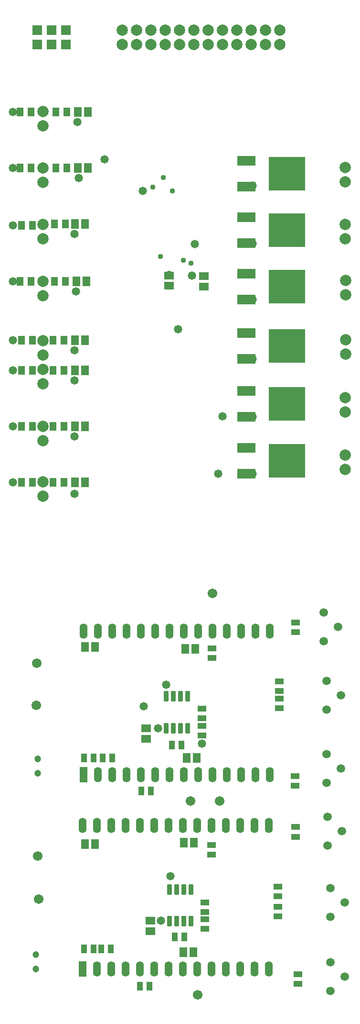
<source format=gbr>
G04 Layer_Color=16711935*
%FSLAX26Y26*%
%MOIN*%
%TF.FileFunction,Soldermask,Bot*%
%TF.Part,Single*%
G01*
G75*
%TA.AperFunction,SMDPad,CuDef*%
%ADD51R,0.041465X0.059181*%
%ADD52R,0.059181X0.041465*%
%ADD55R,0.065087X0.053276*%
%ADD56R,0.053276X0.065087*%
%TA.AperFunction,ComponentPad*%
%ADD58C,0.067055*%
%ADD59C,0.078866*%
%ADD60R,0.068000X0.068000*%
%ADD61C,0.059181*%
%ADD62C,0.047370*%
%ADD63O,0.055244X0.106425*%
%ADD64R,0.055244X0.106425*%
%TA.AperFunction,ViaPad*%
%ADD65C,0.058000*%
%ADD66C,0.037528*%
%TA.AperFunction,SMDPad,CuDef*%
%ADD72R,0.126110X0.070992*%
%ADD73R,0.252095X0.236346*%
G04:AMPARAMS|DCode=74|XSize=33.591mil|YSize=72.961mil|CornerRadius=5.919mil|HoleSize=0mil|Usage=FLASHONLY|Rotation=180.000|XOffset=0mil|YOffset=0mil|HoleType=Round|Shape=RoundedRectangle|*
%AMROUNDEDRECTD74*
21,1,0.033591,0.061122,0,0,180.0*
21,1,0.021752,0.072961,0,0,180.0*
1,1,0.011839,-0.010876,0.030561*
1,1,0.011839,0.010876,0.030561*
1,1,0.011839,0.010876,-0.030561*
1,1,0.011839,-0.010876,-0.030561*
%
%ADD74ROUNDEDRECTD74*%
%ADD75R,0.049339X0.063118*%
D51*
X733466Y400000D02*
D03*
X666536D02*
D03*
X546536D02*
D03*
X613464D02*
D03*
X743466Y1730000D02*
D03*
X676536D02*
D03*
X1180040Y483402D02*
D03*
X1246968D02*
D03*
X1162040Y1820402D02*
D03*
X1228968D02*
D03*
X1003464Y140000D02*
D03*
X936536D02*
D03*
X1013464Y1500000D02*
D03*
X946536D02*
D03*
X613464Y1730000D02*
D03*
X546536D02*
D03*
D52*
X2025000Y1181535D02*
D03*
Y1248465D02*
D03*
Y2606535D02*
D03*
Y2673465D02*
D03*
X1900002Y626536D02*
D03*
Y693466D02*
D03*
X1910000Y2263466D02*
D03*
Y2196536D02*
D03*
X1369504Y1886936D02*
D03*
Y1953866D02*
D03*
X1370000Y2006536D02*
D03*
Y2073466D02*
D03*
X1390000Y656536D02*
D03*
Y723466D02*
D03*
X1389504Y539936D02*
D03*
Y606866D02*
D03*
X1438504Y1056938D02*
D03*
Y1123868D02*
D03*
X2040000Y223464D02*
D03*
Y156536D02*
D03*
X2020000Y1603466D02*
D03*
Y1536536D02*
D03*
X1910000Y2143464D02*
D03*
Y2076536D02*
D03*
X1900000Y766536D02*
D03*
Y833466D02*
D03*
X1440000Y2426536D02*
D03*
Y2493464D02*
D03*
D55*
X1385000Y5014568D02*
D03*
Y5085434D02*
D03*
X980000Y1864568D02*
D03*
Y1935434D02*
D03*
X1010000Y524568D02*
D03*
Y595434D02*
D03*
X1139820Y5019814D02*
D03*
Y5090680D02*
D03*
D56*
X1334938Y1728402D02*
D03*
X1264070D02*
D03*
X554584Y2503250D02*
D03*
X625450D02*
D03*
X554568Y1130000D02*
D03*
X625434D02*
D03*
X1310434Y375000D02*
D03*
X1239568D02*
D03*
X1315434Y1140000D02*
D03*
X1244568D02*
D03*
X1325434Y2490000D02*
D03*
X1254568D02*
D03*
X575434Y6230000D02*
D03*
X504568D02*
D03*
X575434Y5840000D02*
D03*
X504568D02*
D03*
X555434Y5450000D02*
D03*
X484568D02*
D03*
X565434Y5050000D02*
D03*
X494568D02*
D03*
X555434Y4430000D02*
D03*
X484568D02*
D03*
X555434Y4640000D02*
D03*
X484568D02*
D03*
X555434Y4040000D02*
D03*
X484568D02*
D03*
X555434Y3650000D02*
D03*
X484568D02*
D03*
D58*
X218000Y2391000D02*
D03*
X215000Y2096000D02*
D03*
X1340000Y80000D02*
D03*
X1445000Y2875000D02*
D03*
X1290000Y1430000D02*
D03*
X230000Y745000D02*
D03*
X225000Y1045000D02*
D03*
X1495000Y1430000D02*
D03*
D59*
X1914504Y6701402D02*
D03*
Y6801402D02*
D03*
X814504Y6701402D02*
D03*
X914504D02*
D03*
X1014504D02*
D03*
X1114504D02*
D03*
X1214504D02*
D03*
X1314504D02*
D03*
X1414504D02*
D03*
X1514504D02*
D03*
X1614504D02*
D03*
X1714504D02*
D03*
X814504Y6801402D02*
D03*
X914504D02*
D03*
X1014504D02*
D03*
X1114504D02*
D03*
X1214504D02*
D03*
X1314504D02*
D03*
X1414504D02*
D03*
X1514504D02*
D03*
X1614504D02*
D03*
X1714504D02*
D03*
X1814504D02*
D03*
Y6701402D02*
D03*
X2370018Y3740444D02*
D03*
Y3840444D02*
D03*
X259782Y4337568D02*
D03*
Y4437568D02*
D03*
Y4537568D02*
D03*
Y4637568D02*
D03*
X2375924Y4543868D02*
D03*
Y4643868D02*
D03*
Y4957254D02*
D03*
Y5057254D02*
D03*
X2370018Y4138358D02*
D03*
Y4238358D02*
D03*
Y5743250D02*
D03*
Y5843250D02*
D03*
X259782Y3551742D02*
D03*
Y3651742D02*
D03*
X2370018Y5345706D02*
D03*
Y5445706D02*
D03*
X259782Y3941506D02*
D03*
Y4041506D02*
D03*
Y5740062D02*
D03*
Y5840062D02*
D03*
Y5345706D02*
D03*
Y5445706D02*
D03*
Y4951348D02*
D03*
Y5051348D02*
D03*
Y6134418D02*
D03*
Y6234418D02*
D03*
D60*
X220412Y6700168D02*
D03*
X320412D02*
D03*
X420412D02*
D03*
Y6800168D02*
D03*
X320412D02*
D03*
X220412D02*
D03*
D61*
X2221504Y2743402D02*
D03*
Y2543402D02*
D03*
X2321504Y2643402D02*
D03*
X2248504Y1321250D02*
D03*
Y1121250D02*
D03*
X2348504Y1221250D02*
D03*
X2240504Y2267402D02*
D03*
Y2067402D02*
D03*
X2340504Y2167402D02*
D03*
X2267504Y823390D02*
D03*
Y623390D02*
D03*
X2367504Y723390D02*
D03*
X2240504Y1757402D02*
D03*
Y1557402D02*
D03*
X2340504Y1657402D02*
D03*
X2267504Y307402D02*
D03*
Y107402D02*
D03*
X2367504Y207402D02*
D03*
D62*
X209504Y359402D02*
D03*
Y259402D02*
D03*
X225504Y1724402D02*
D03*
Y1624402D02*
D03*
D63*
X1838324Y1260208D02*
D03*
X1738324D02*
D03*
X1638324D02*
D03*
X1538324D02*
D03*
X1438324D02*
D03*
X1338324D02*
D03*
X1238324D02*
D03*
X1138324D02*
D03*
X1038324D02*
D03*
X938324D02*
D03*
X838324D02*
D03*
X738324D02*
D03*
X638324D02*
D03*
X538324D02*
D03*
X1838324Y260208D02*
D03*
X1738324D02*
D03*
X1638324D02*
D03*
X1538324D02*
D03*
X1438324D02*
D03*
X1338324D02*
D03*
X1238324D02*
D03*
X1138324D02*
D03*
X1038324D02*
D03*
X938324D02*
D03*
X838324D02*
D03*
X738324D02*
D03*
X638324D02*
D03*
X643246Y1613554D02*
D03*
X743246D02*
D03*
X843246D02*
D03*
X943246D02*
D03*
X1043246D02*
D03*
X1143246D02*
D03*
X1243246D02*
D03*
X1343246D02*
D03*
X1443246D02*
D03*
X1543246D02*
D03*
X1643246D02*
D03*
X1743246D02*
D03*
X1843246D02*
D03*
X543246Y2613554D02*
D03*
X643246D02*
D03*
X743246D02*
D03*
X843246D02*
D03*
X943246D02*
D03*
X1043246D02*
D03*
X1143246D02*
D03*
X1243246D02*
D03*
X1343246D02*
D03*
X1443246D02*
D03*
X1543246D02*
D03*
X1643246D02*
D03*
X1743246D02*
D03*
X1843246D02*
D03*
D64*
X538324Y260208D02*
D03*
X543246Y1613554D02*
D03*
D65*
X1370000Y1830000D02*
D03*
X50000Y4430000D02*
D03*
X1724348Y4105680D02*
D03*
Y4511190D02*
D03*
Y4924576D02*
D03*
X1724504Y3711402D02*
D03*
X1484504D02*
D03*
X1514504Y4111402D02*
D03*
X1065504Y1936402D02*
D03*
X1085504Y597402D02*
D03*
X50000Y4040000D02*
D03*
Y5840000D02*
D03*
X1321238Y5310668D02*
D03*
X50000Y4640000D02*
D03*
X690000Y5900002D02*
D03*
X500000Y6160000D02*
D03*
X50000Y5440000D02*
D03*
X480000Y5380000D02*
D03*
X510000Y5770000D02*
D03*
X50000Y5050000D02*
D03*
X490000Y4980000D02*
D03*
X480000Y4360000D02*
D03*
Y4570000D02*
D03*
Y3970000D02*
D03*
Y3570000D02*
D03*
X1120000Y2240000D02*
D03*
X957504Y5681402D02*
D03*
X1300504Y5089402D02*
D03*
X50000Y3650000D02*
D03*
Y6230000D02*
D03*
X1724348Y5314340D02*
D03*
Y5715916D02*
D03*
X966000Y2091000D02*
D03*
X1150000Y905000D02*
D03*
X1205000Y4715000D02*
D03*
D66*
X1141120Y5107726D02*
D03*
X1080018Y5223250D02*
D03*
X1294504Y5177402D02*
D03*
X1239504Y5196402D02*
D03*
X1163504Y5678402D02*
D03*
X1026504Y5707402D02*
D03*
X1100504Y5774402D02*
D03*
D72*
X1681042Y4106350D02*
D03*
Y4286664D02*
D03*
Y3708436D02*
D03*
Y3888752D02*
D03*
X1681040Y5711244D02*
D03*
Y5891558D02*
D03*
Y5316884D02*
D03*
Y5497200D02*
D03*
Y4508750D02*
D03*
Y4689066D02*
D03*
Y4922528D02*
D03*
Y5102844D02*
D03*
D73*
X1964506Y4196508D02*
D03*
Y3798594D02*
D03*
X1964504Y5801402D02*
D03*
Y5407042D02*
D03*
Y4598908D02*
D03*
Y5012686D02*
D03*
D74*
X1122504Y2159624D02*
D03*
X1172504D02*
D03*
X1222504D02*
D03*
X1272504D02*
D03*
X1122504Y1937182D02*
D03*
X1172504D02*
D03*
X1222504D02*
D03*
X1272504D02*
D03*
X1145018Y814472D02*
D03*
X1195018D02*
D03*
X1245018D02*
D03*
X1295018D02*
D03*
X1145018Y592030D02*
D03*
X1195018D02*
D03*
X1245018D02*
D03*
X1295018D02*
D03*
D75*
X177402Y6230000D02*
D03*
X102598D02*
D03*
X352598D02*
D03*
X427402D02*
D03*
X102598Y5840000D02*
D03*
X177402D02*
D03*
X352598D02*
D03*
X427402D02*
D03*
X342598Y5450000D02*
D03*
X417402D02*
D03*
X112598Y5440000D02*
D03*
X187402D02*
D03*
X102598Y5050002D02*
D03*
X177402D02*
D03*
X342598Y5050000D02*
D03*
X417402D02*
D03*
X112598Y4640002D02*
D03*
X187402D02*
D03*
X112598Y4430002D02*
D03*
X187402D02*
D03*
X332598Y4430000D02*
D03*
X407402D02*
D03*
X332598Y4640000D02*
D03*
X407402D02*
D03*
X112598Y4040002D02*
D03*
X187402D02*
D03*
X332598Y4040000D02*
D03*
X407402D02*
D03*
X112598Y3650000D02*
D03*
X187402D02*
D03*
X332598D02*
D03*
X407402D02*
D03*
%TF.MD5,82d56ddcfb85c6f05e4e9c266a478a4e*%
M02*

</source>
